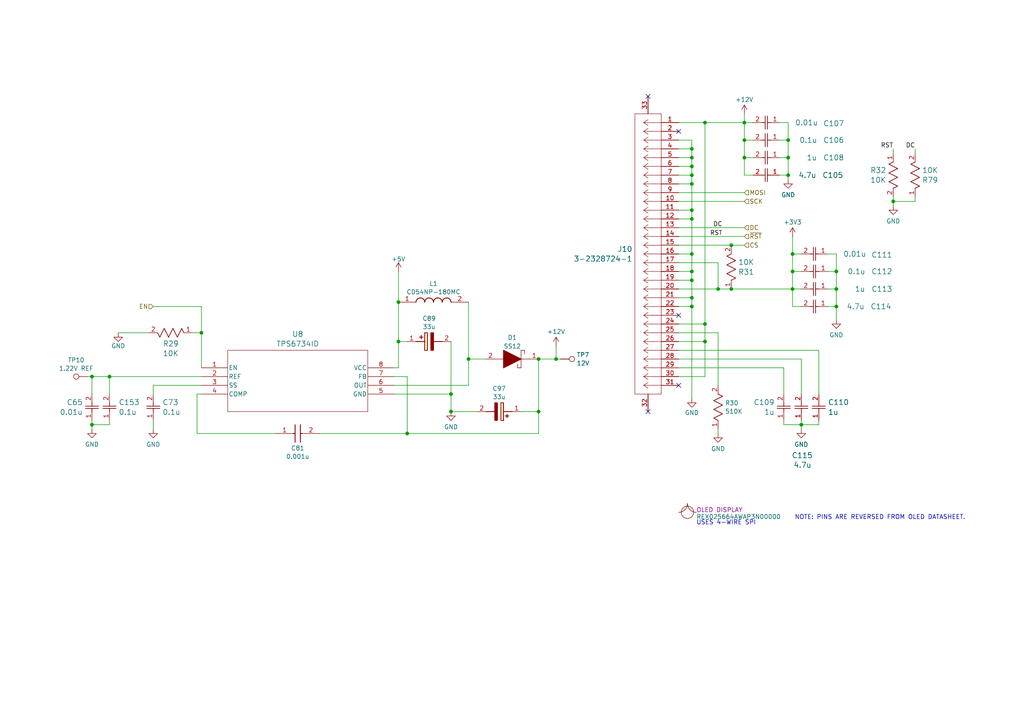
<source format=kicad_sch>
(kicad_sch (version 20231120) (generator "eeschema") (generator_version "8.0")
  (paper "A4")
  (title_block (title "Oro Link") (date "2025-06-02") (rev "9") (company "Oro Operating System") (comment 1 "oro.sh") (comment 2 "Copyright 2023-2025, MPL 2.0") (comment 3 "Joshua Lee Junon"))
  (lib_symbols
    (symbol "293D336X0020D2TE3_1" (pin_names hide)
      (property "Reference" "C" (at 8.89 6.35 0))
      (property "Value" "293D336X0020D2TE3" (at 8.89 3.81 0))
      (symbol "293D336X0020D2TE3_1_1_1"
        (pin passive line (at 0 0 0) (length 2.54) (name "+") (number "1"))
        (pin passive line (at 12.7 0 180) (length 2.54) (name "-") (number "2"))
      )
    )
    (symbol "Connector:TestPoint" (pin_numbers hide) (pin_names (offset 0.762) hide)
      (property "Reference" "TP" (at 0 6.858 0))
      (property "Value" "TestPoint" (at 0 5.08 0))
      (symbol "TestPoint_1_1"
        (pin passive line (at 0 0 90) (length 2.54) (name "1") (number "1"))
      )
    )
    (symbol "Oro:BOM Part" (on_board no)
      (property "Reference" "B" (at 0 0 0))
      (property "Value" "BOM Part" (at 0 -2.54 0))
    )
    (symbol "OroLink:0402B103J160CT" (pin_names (offset 0.254))
      (property "Reference" "C" (at 3.81 3.81 0))
      (property "Value" "0402B103J160CT" (at 3.81 -3.81 0))
      (symbol "0402B103J160CT_1_1"
        (pin unspecified line (at 0 0 0) (length 2.54) (name "") (number "1"))
        (pin unspecified line (at 7.62 0 180) (length 2.54) (name "") (number "2"))
      )
      (symbol "0402B103J160CT_1_2"
        (pin unspecified line (at 0 0 270) (length 2.54) (name "") (number "1"))
        (pin unspecified line (at 0 -7.62 90) (length 2.54) (name "") (number "2"))
      )
    )
    (symbol "OroLink:293D336X0020D2TE3" (pin_names hide)
      (property "Reference" "C" (at 8.89 6.35 0))
      (property "Value" "293D336X0020D2TE3" (at 8.89 3.81 0))
      (symbol "293D336X0020D2TE3_1_1"
        (pin passive line (at 0 0 0) (length 2.54) (name "+") (number "1"))
        (pin passive line (at 12.7 0 180) (length 2.54) (name "-") (number "2"))
      )
    )
    (symbol "OroLink:3-2328724-1" (pin_names (offset 0.254) hide)
      (property "Reference" "J" (at 15.24 -7.112 0))
      (property "Value" "3-2328724-1" (at 23.114 -9.652 0))
      (symbol "3-2328724-1_1_1"
        (pin unspecified line (at 0 0 0) (length 5.08) (name "1") (number "1"))
        (pin unspecified line (at 0 -22.86 0) (length 5.08) (name "10") (number "10"))
        (pin unspecified line (at 0 -25.4 0) (length 5.08) (name "11") (number "11"))
        (pin unspecified line (at 0 -27.94 0) (length 5.08) (name "12") (number "12"))
        (pin unspecified line (at 0 -30.48 0) (length 5.08) (name "13") (number "13"))
        (pin unspecified line (at 0 -33.02 0) (length 5.08) (name "14") (number "14"))
        (pin unspecified line (at 0 -35.56 0) (length 5.08) (name "15") (number "15"))
        (pin unspecified line (at 0 -38.1 0) (length 5.08) (name "16") (number "16"))
        (pin unspecified line (at 0 -40.64 0) (length 5.08) (name "17") (number "17"))
        (pin unspecified line (at 0 -43.18 0) (length 5.08) (name "18") (number "18"))
        (pin unspecified line (at 0 -45.72 0) (length 5.08) (name "19") (number "19"))
        (pin unspecified line (at 0 -2.54 0) (length 5.08) (name "2") (number "2"))
        (pin unspecified line (at 0 -48.26 0) (length 5.08) (name "20") (number "20"))
        (pin unspecified line (at 0 -50.8 0) (length 5.08) (name "21") (number "21"))
        (pin unspecified line (at 0 -53.34 0) (length 5.08) (name "22") (number "22"))
        (pin unspecified line (at 0 -55.88 0) (length 5.08) (name "23") (number "23"))
        (pin unspecified line (at 0 -58.42 0) (length 5.08) (name "24") (number "24"))
        (pin unspecified line (at 0 -60.96 0) (length 5.08) (name "25") (number "25"))
        (pin unspecified line (at 0 -63.5 0) (length 5.08) (name "26") (number "26"))
        (pin unspecified line (at 0 -66.04 0) (length 5.08) (name "27") (number "27"))
        (pin unspecified line (at 0 -68.58 0) (length 5.08) (name "28") (number "28"))
        (pin unspecified line (at 0 -71.12 0) (length 5.08) (name "29") (number "29"))
        (pin unspecified line (at 0 -5.08 0) (length 5.08) (name "3") (number "3"))
        (pin unspecified line (at 0 -73.66 0) (length 5.08) (name "30") (number "30"))
        (pin unspecified line (at 0 -76.2 0) (length 5.08) (name "31") (number "31"))
        (pin unspecified line (at 8.89 -83.82 90) (length 5.08) (name "MNT") (number "32"))
        (pin unspecified line (at 8.89 7.62 270) (length 5.08) (name "MNT") (number "33"))
        (pin unspecified line (at 0 -7.62 0) (length 5.08) (name "4") (number "4"))
        (pin unspecified line (at 0 -10.16 0) (length 5.08) (name "5") (number "5"))
        (pin unspecified line (at 0 -12.7 0) (length 5.08) (name "6") (number "6"))
        (pin unspecified line (at 0 -15.24 0) (length 5.08) (name "7") (number "7"))
        (pin unspecified line (at 0 -17.78 0) (length 5.08) (name "8") (number "8"))
        (pin unspecified line (at 0 -20.32 0) (length 5.08) (name "9") (number "9"))
      )
      (symbol "3-2328724-1_1_2"
        (pin unspecified line (at 0 0 0) (length 5.08) (name "1") (number "1"))
        (pin unspecified line (at 0 -22.86 0) (length 5.08) (name "10") (number "10"))
        (pin unspecified line (at 0 -25.4 0) (length 5.08) (name "11") (number "11"))
        (pin unspecified line (at 0 -27.94 0) (length 5.08) (name "12") (number "12"))
        (pin unspecified line (at 0 -30.48 0) (length 5.08) (name "13") (number "13"))
        (pin unspecified line (at 0 -33.02 0) (length 5.08) (name "14") (number "14"))
        (pin unspecified line (at 0 -35.56 0) (length 5.08) (name "15") (number "15"))
        (pin unspecified line (at 0 -38.1 0) (length 5.08) (name "16") (number "16"))
        (pin unspecified line (at 0 -40.64 0) (length 5.08) (name "17") (number "17"))
        (pin unspecified line (at 0 -43.18 0) (length 5.08) (name "18") (number "18"))
        (pin unspecified line (at 0 -45.72 0) (length 5.08) (name "19") (number "19"))
        (pin unspecified line (at 0 -2.54 0) (length 5.08) (name "2") (number "2"))
        (pin unspecified line (at 0 -48.26 0) (length 5.08) (name "20") (number "20"))
        (pin unspecified line (at 0 -50.8 0) (length 5.08) (name "21") (number "21"))
        (pin unspecified line (at 0 -53.34 0) (length 5.08) (name "22") (number "22"))
        (pin unspecified line (at 0 -55.88 0) (length 5.08) (name "23") (number "23"))
        (pin unspecified line (at 0 -58.42 0) (length 5.08) (name "24") (number "24"))
        (pin unspecified line (at 0 -60.96 0) (length 5.08) (name "25") (number "25"))
        (pin unspecified line (at 0 -63.5 0) (length 5.08) (name "26") (number "26"))
        (pin unspecified line (at 0 -66.04 0) (length 5.08) (name "27") (number "27"))
        (pin unspecified line (at 0 -68.58 0) (length 5.08) (name "28") (number "28"))
        (pin unspecified line (at 0 -71.12 0) (length 5.08) (name "29") (number "29"))
        (pin unspecified line (at 0 -5.08 0) (length 5.08) (name "3") (number "3"))
        (pin unspecified line (at 0 -73.66 0) (length 5.08) (name "30") (number "30"))
        (pin unspecified line (at 0 -76.2 0) (length 5.08) (name "31") (number "31"))
        (pin unspecified line (at 0 -7.62 0) (length 5.08) (name "4") (number "4"))
        (pin unspecified line (at 0 -10.16 0) (length 5.08) (name "5") (number "5"))
        (pin unspecified line (at 0 -12.7 0) (length 5.08) (name "6") (number "6"))
        (pin unspecified line (at 0 -15.24 0) (length 5.08) (name "7") (number "7"))
        (pin unspecified line (at 0 -17.78 0) (length 5.08) (name "8") (number "8"))
        (pin unspecified line (at 0 -20.32 0) (length 5.08) (name "9") (number "9"))
      )
    )
    (symbol "OroLink:C1608X5R1H102K080AA" (pin_names hide)
      (property "Reference" "C" (at 8.89 6.35 0))
      (property "Value" "C1608X5R1H102K080AA" (at 8.89 3.81 0))
      (symbol "C1608X5R1H102K080AA_1_1"
        (pin passive line (at 0 0 0) (length 5.08) (name "1") (number "1"))
        (pin passive line (at 12.7 0 180) (length 5.08) (name "2") (number "2"))
      )
    )
    (symbol "OroLink:CD54NP-180MC" (pin_names hide)
      (property "Reference" "L" (at 16.51 6.35 0))
      (property "Value" "CD54NP-180MC" (at 16.51 3.81 0))
      (symbol "CD54NP-180MC_1_1"
        (pin passive line (at 0 0 0) (length 5.08) (name "1") (number "1"))
        (pin passive line (at 20.32 0 180) (length 5.08) (name "2") (number "2"))
      )
    )
    (symbol "OroLink:CR0603-JW-514ELF" (pin_names hide)
      (property "Reference" "R" (at 7.112 5.842 0))
      (property "Value" "CR0603-JW-514ELF" (at -2.032 3.302 0))
      (symbol "CR0603-JW-514ELF_1_1"
        (pin unspecified line (at 0 0 0) (length 2.54) (name "") (number "1"))
        (pin unspecified line (at 12.7 0 180) (length 2.54) (name "") (number "2"))
      )
    )
    (symbol "OroLink:GRM155C61E475ME15J" (pin_names hide)
      (property "Reference" "C" (at 3.302 6.096 0))
      (property "Value" "GRM155C61E475ME15J" (at -6.096 3.81 0))
      (symbol "GRM155C61E475ME15J_1_1"
        (pin unspecified line (at 0 0 0) (length 2.54) (name "") (number "1"))
        (pin unspecified line (at 7.62 0 180) (length 2.54) (name "") (number "2"))
      )
    )
    (symbol "OroLink:JMK105BJ105KVHF" (pin_names (offset 0.254))
      (property "Reference" "C" (at 3.81 3.81 0))
      (property "Value" "JMK105BJ105KVHF" (at 3.81 -3.81 0))
      (symbol "JMK105BJ105KVHF_1_1"
        (pin unspecified line (at 0 0 0) (length 2.54) (name "") (number "1"))
        (pin unspecified line (at 7.62 0 180) (length 2.54) (name "") (number "2"))
      )
      (symbol "JMK105BJ105KVHF_1_2"
        (pin unspecified line (at 0 0 270) (length 2.54) (name "") (number "1"))
        (pin unspecified line (at 0 -7.62 90) (length 2.54) (name "") (number "2"))
      )
    )
    (symbol "OroLink:MSAST1L3YB5104KFNA01" (pin_names (offset 0.254))
      (property "Reference" "C" (at 3.81 3.81 0))
      (property "Value" "MSAST1L3YB5104KFNA01" (at 3.81 -3.81 0))
      (symbol "MSAST1L3YB5104KFNA01_1_1"
        (pin unspecified line (at 0 0 0) (length 2.54) (name "") (number "1"))
        (pin unspecified line (at 7.62 0 180) (length 2.54) (name "") (number "2"))
      )
      (symbol "MSAST1L3YB5104KFNA01_1_2"
        (pin unspecified line (at 0 0 270) (length 2.54) (name "") (number "1"))
        (pin unspecified line (at 0 -7.62 90) (length 2.54) (name "") (number "2"))
      )
    )
    (symbol "OroLink:RMCF0402FT10K0" (pin_names (offset 0.254))
      (property "Reference" "R" (at 5.715 3.81 0))
      (property "Value" "RMCF0402FT10K0" (at 6.35 -3.81 0))
      (symbol "RMCF0402FT10K0_1_1"
        (pin unspecified line (at 0 0 0) (length 2.54) (name "") (number "1"))
        (pin unspecified line (at 12.7 0 180) (length 2.54) (name "") (number "2"))
      )
      (symbol "RMCF0402FT10K0_1_2"
        (pin unspecified line (at 0 12.7 270) (length 2.54) (name "") (number "1"))
        (pin unspecified line (at 0 0 90) (length 2.54) (name "") (number "2"))
      )
    )
    (symbol "OroLink:TPS6734ID" (pin_names (offset 0.254))
      (property "Reference" "U" (at 27.94 10.16 0))
      (property "Value" "TPS6734ID" (at 27.94 7.62 0))
      (symbol "TPS6734ID_0_1"
        (pin input line (at 0 0 0) (length 7.62) (name "EN") (number "1"))
        (pin output line (at 0 -2.54 0) (length 7.62) (name "REF") (number "2"))
        (pin unspecified line (at 0 -5.08 0) (length 7.62) (name "SS") (number "3"))
        (pin input line (at 0 -7.62 0) (length 7.62) (name "COMP") (number "4"))
        (pin power_in line (at 55.88 -7.62 180) (length 7.62) (name "GND") (number "5"))
        (pin output line (at 55.88 -5.08 180) (length 7.62) (name "OUT") (number "6"))
        (pin unspecified line (at 55.88 -2.54 180) (length 7.62) (name "FB") (number "7"))
        (pin power_in line (at 55.88 0 180) (length 7.62) (name "VCC") (number "8"))
      )
    )
    (symbol "SamacSys_Parts:SS12" (pin_names (offset 0.762))
      (property "Reference" "D" (at 12.7 8.89 0))
      (property "Value" "SS12" (at 12.7 6.35 0))
      (symbol "SS12_0_0"
        (pin passive line (at 2.54 0 0) (length 2.54) (name "~") (number "1"))
        (pin passive line (at 17.78 0 180) (length 2.54) (name "~") (number "2"))
      )
    )
    (symbol "power:+12V" (power) (pin_numbers hide) (pin_names (offset 0) hide)
      (property "Value" "+12V" (at 0 3.556 0))
      (symbol "+12V_1_1"
        (pin power_in line (at 0 0 90) (length 0) (name "~") (number "1"))
      )
    )
    (symbol "power:+3V3" (power) (pin_numbers hide) (pin_names (offset 0) hide)
      (property "Value" "+3V3" (at 0 3.556 0))
      (symbol "+3V3_1_1"
        (pin power_in line (at 0 0 90) (length 0) (name "~") (number "1"))
      )
    )
    (symbol "power:+5V" (power) (pin_names (offset 0))
      (property "Value" "+5V" (at 0 3.556 0))
      (symbol "+5V_1_1"
        (pin power_in line (at 0 0 90) (length 0) hide (name "+5V") (number "1"))
      )
    )
    (symbol "power:GND" (power) (pin_names (offset 0))
      (property "Value" "GND" (at 0 -3.81 0))
      (symbol "GND_1_1"
        (pin power_in line (at 0 0 270) (length 0) hide (name "GND") (number "1"))
      )
    )
  )
  (junction (at 130.81 119.38))
  (junction (at 118.11 125.73))
  (junction (at 26.67 109.22))
  (junction (at 232.41 123.19))
  (junction (at 215.9 40.64))
  (junction (at 200.66 43.18))
  (junction (at 208.28 83.82))
  (junction (at 200.66 73.66))
  (junction (at 200.66 50.8))
  (junction (at 228.6 50.8))
  (junction (at 31.75 109.22))
  (junction (at 242.57 83.82))
  (junction (at 259.08 58.42))
  (junction (at 115.57 99.06))
  (junction (at 204.47 99.06))
  (junction (at 115.57 87.63))
  (junction (at 229.87 83.82))
  (junction (at 242.57 78.74))
  (junction (at 212.09 83.82))
  (junction (at 200.66 86.36))
  (junction (at 228.6 45.72))
  (junction (at 161.29 104.14))
  (junction (at 229.87 73.66))
  (junction (at 229.87 78.74))
  (junction (at 242.57 88.9))
  (junction (at 200.66 63.5))
  (junction (at 156.21 119.38))
  (junction (at 58.42 96.52))
  (junction (at 156.21 104.14))
  (junction (at 200.66 48.26))
  (junction (at 200.66 53.34))
  (junction (at 26.67 123.19))
  (junction (at 200.66 81.28))
  (junction (at 200.66 88.9))
  (junction (at 200.66 78.74))
  (junction (at 204.47 35.56))
  (junction (at 215.9 35.56))
  (junction (at 204.47 93.98))
  (junction (at 130.81 114.3))
  (junction (at 135.89 104.14))
  (junction (at 200.66 60.96))
  (junction (at 212.09 71.12))
  (junction (at 200.66 45.72))
  (junction (at 215.9 45.72))
  (junction (at 228.6 40.64))
  (no_connect (at 196.85 91.44))
  (no_connect (at 187.96 27.94))
  (no_connect (at 196.85 111.76))
  (no_connect (at 196.85 38.1))
  (no_connect (at 187.96 119.38))
  (wire (pts (xy 200.66 45.72) (xy 200.66 43.18)))
  (wire (pts (xy 44.45 111.76) (xy 44.45 114.3)))
  (wire (pts (xy 232.41 124.46) (xy 232.41 123.19)))
  (wire (pts (xy 196.85 35.56) (xy 204.47 35.56)))
  (wire (pts (xy 237.49 101.6) (xy 237.49 114.3)))
  (wire (pts (xy 200.66 81.28) (xy 200.66 78.74)))
  (wire (pts (xy 208.28 83.82) (xy 196.85 83.82)))
  (wire (pts (xy 232.41 123.19) (xy 237.49 123.19)))
  (wire (pts (xy 215.9 33.02) (xy 215.9 35.56)))
  (wire (pts (xy 196.85 99.06) (xy 204.47 99.06)))
  (wire (pts (xy 156.21 104.14) (xy 161.29 104.14)))
  (wire (pts (xy 232.41 121.92) (xy 232.41 123.19)))
  (wire (pts (xy 228.6 45.72) (xy 226.06 45.72)))
  (wire (pts (xy 31.75 109.22) (xy 31.75 114.3)))
  (wire (pts (xy 228.6 40.64) (xy 226.06 40.64)))
  (wire (pts (xy 26.67 109.22) (xy 31.75 109.22)))
  (wire (pts (xy 228.6 35.56) (xy 228.6 40.64)))
  (wire (pts (xy 31.75 123.19) (xy 26.67 123.19)))
  (wire (pts (xy 227.33 123.19) (xy 232.41 123.19)))
  (wire (pts (xy 212.09 71.12) (xy 196.85 71.12)))
  (wire (pts (xy 156.21 104.14) (xy 156.21 119.38)))
  (wire (pts (xy 118.11 125.73) (xy 156.21 125.73)))
  (wire (pts (xy 44.45 121.92) (xy 44.45 124.46)))
  (wire (pts (xy 26.67 109.22) (xy 26.67 114.3)))
  (wire (pts (xy 200.66 81.28) (xy 196.85 81.28)))
  (wire (pts (xy 156.21 119.38) (xy 156.21 125.73)))
  (wire (pts (xy 204.47 35.56) (xy 204.47 93.98)))
  (wire (pts (xy 200.66 53.34) (xy 196.85 53.34)))
  (wire (pts (xy 115.57 99.06) (xy 115.57 106.68)))
  (wire (pts (xy 218.44 50.8) (xy 215.9 50.8)))
  (wire (pts (xy 130.81 99.06) (xy 130.81 114.3)))
  (wire (pts (xy 212.09 83.82) (xy 229.87 83.82)))
  (wire (pts (xy 200.66 53.34) (xy 200.66 50.8)))
  (wire (pts (xy 232.41 73.66) (xy 229.87 73.66)))
  (wire (pts (xy 114.3 109.22) (xy 118.11 109.22)))
  (wire (pts (xy 196.85 109.22) (xy 204.47 109.22)))
  (wire (pts (xy 218.44 45.72) (xy 215.9 45.72)))
  (wire (pts (xy 228.6 50.8) (xy 228.6 52.07)))
  (wire (pts (xy 242.57 73.66) (xy 242.57 78.74)))
  (wire (pts (xy 215.9 45.72) (xy 215.9 50.8)))
  (wire (pts (xy 215.9 71.12) (xy 212.09 71.12)))
  (wire (pts (xy 200.66 45.72) (xy 196.85 45.72)))
  (wire (pts (xy 114.3 111.76) (xy 135.89 111.76)))
  (wire (pts (xy 200.66 73.66) (xy 196.85 73.66)))
  (wire (pts (xy 204.47 93.98) (xy 204.47 99.06)))
  (wire (pts (xy 130.81 119.38) (xy 138.43 119.38)))
  (wire (pts (xy 196.85 68.58) (xy 215.9 68.58)))
  (wire (pts (xy 215.9 40.64) (xy 215.9 45.72)))
  (wire (pts (xy 200.66 60.96) (xy 200.66 53.34)))
  (wire (pts (xy 200.66 60.96) (xy 196.85 60.96)))
  (wire (pts (xy 114.3 106.68) (xy 115.57 106.68)))
  (wire (pts (xy 151.13 119.38) (xy 156.21 119.38)))
  (wire (pts (xy 58.42 111.76) (xy 44.45 111.76)))
  (wire (pts (xy 196.85 76.2) (xy 208.28 76.2)))
  (wire (pts (xy 26.67 123.19) (xy 26.67 124.46)))
  (wire (pts (xy 200.66 48.26) (xy 200.66 45.72)))
  (wire (pts (xy 242.57 78.74) (xy 242.57 83.82)))
  (wire (pts (xy 242.57 88.9) (xy 242.57 92.71)))
  (wire (pts (xy 204.47 35.56) (xy 215.9 35.56)))
  (wire (pts (xy 135.89 87.63) (xy 135.89 104.14)))
  (wire (pts (xy 200.66 43.18) (xy 200.66 40.64)))
  (wire (pts (xy 58.42 96.52) (xy 58.42 106.68)))
  (wire (pts (xy 200.66 40.64) (xy 196.85 40.64)))
  (wire (pts (xy 232.41 104.14) (xy 196.85 104.14)))
  (wire (pts (xy 215.9 58.42) (xy 196.85 58.42)))
  (wire (pts (xy 200.66 63.5) (xy 200.66 60.96)))
  (wire (pts (xy 196.85 86.36) (xy 200.66 86.36)))
  (wire (pts (xy 265.43 57.15) (xy 265.43 58.42)))
  (wire (pts (xy 55.88 96.52) (xy 58.42 96.52)))
  (wire (pts (xy 204.47 99.06) (xy 204.47 109.22)))
  (wire (pts (xy 242.57 83.82) (xy 242.57 88.9)))
  (wire (pts (xy 232.41 104.14) (xy 232.41 114.3)))
  (wire (pts (xy 242.57 83.82) (xy 240.03 83.82)))
  (wire (pts (xy 196.85 93.98) (xy 204.47 93.98)))
  (wire (pts (xy 31.75 121.92) (xy 31.75 123.19)))
  (wire (pts (xy 92.71 125.73) (xy 118.11 125.73)))
  (wire (pts (xy 130.81 114.3) (xy 130.81 119.38)))
  (wire (pts (xy 229.87 73.66) (xy 229.87 78.74)))
  (wire (pts (xy 227.33 114.3) (xy 227.33 106.68)))
  (wire (pts (xy 212.09 83.82) (xy 208.28 83.82)))
  (wire (pts (xy 200.66 88.9) (xy 200.66 86.36)))
  (wire (pts (xy 228.6 50.8) (xy 226.06 50.8)))
  (wire (pts (xy 25.4 109.22) (xy 26.67 109.22)))
  (wire (pts (xy 161.29 104.14) (xy 162.56 104.14)))
  (wire (pts (xy 208.28 96.52) (xy 208.28 111.76)))
  (wire (pts (xy 200.66 73.66) (xy 200.66 63.5)))
  (wire (pts (xy 115.57 78.74) (xy 115.57 87.63)))
  (wire (pts (xy 227.33 106.68) (xy 196.85 106.68)))
  (wire (pts (xy 237.49 121.92) (xy 237.49 123.19)))
  (wire (pts (xy 228.6 45.72) (xy 228.6 50.8)))
  (wire (pts (xy 118.11 109.22) (xy 118.11 125.73)))
  (wire (pts (xy 218.44 40.64) (xy 215.9 40.64)))
  (wire (pts (xy 215.9 66.04) (xy 196.85 66.04)))
  (wire (pts (xy 218.44 35.56) (xy 215.9 35.56)))
  (wire (pts (xy 228.6 40.64) (xy 228.6 45.72)))
  (wire (pts (xy 232.41 83.82) (xy 229.87 83.82)))
  (wire (pts (xy 57.15 125.73) (xy 57.15 114.3)))
  (wire (pts (xy 237.49 101.6) (xy 196.85 101.6)))
  (wire (pts (xy 118.11 99.06) (xy 115.57 99.06)))
  (wire (pts (xy 57.15 114.3) (xy 58.42 114.3)))
  (wire (pts (xy 34.29 96.52) (xy 43.18 96.52)))
  (wire (pts (xy 135.89 104.14) (xy 140.97 104.14)))
  (wire (pts (xy 242.57 73.66) (xy 240.03 73.66)))
  (wire (pts (xy 26.67 121.92) (xy 26.67 123.19)))
  (wire (pts (xy 200.66 43.18) (xy 196.85 43.18)))
  (wire (pts (xy 161.29 100.33) (xy 161.29 104.14)))
  (wire (pts (xy 226.06 35.56) (xy 228.6 35.56)))
  (wire (pts (xy 200.66 78.74) (xy 200.66 73.66)))
  (wire (pts (xy 215.9 35.56) (xy 215.9 40.64)))
  (wire (pts (xy 135.89 111.76) (xy 135.89 104.14)))
  (wire (pts (xy 265.43 58.42) (xy 259.08 58.42)))
  (wire (pts (xy 242.57 78.74) (xy 240.03 78.74)))
  (wire (pts (xy 229.87 88.9) (xy 229.87 83.82)))
  (wire (pts (xy 200.66 86.36) (xy 200.66 81.28)))
  (wire (pts (xy 200.66 48.26) (xy 196.85 48.26)))
  (wire (pts (xy 265.43 43.18) (xy 265.43 44.45)))
  (wire (pts (xy 114.3 114.3) (xy 130.81 114.3)))
  (wire (pts (xy 31.75 109.22) (xy 58.42 109.22)))
  (wire (pts (xy 229.87 68.58) (xy 229.87 73.66)))
  (wire (pts (xy 200.66 78.74) (xy 196.85 78.74)))
  (wire (pts (xy 232.41 78.74) (xy 229.87 78.74)))
  (wire (pts (xy 58.42 88.9) (xy 58.42 96.52)))
  (wire (pts (xy 242.57 88.9) (xy 240.03 88.9)))
  (wire (pts (xy 232.41 88.9) (xy 229.87 88.9)))
  (wire (pts (xy 200.66 50.8) (xy 200.66 48.26)))
  (wire (pts (xy 115.57 87.63) (xy 115.57 99.06)))
  (wire (pts (xy 259.08 57.15) (xy 259.08 58.42)))
  (wire (pts (xy 196.85 96.52) (xy 208.28 96.52)))
  (wire (pts (xy 208.28 124.46) (xy 208.28 125.73)))
  (wire (pts (xy 200.66 88.9) (xy 200.66 115.57)))
  (wire (pts (xy 227.33 123.19) (xy 227.33 121.92)))
  (wire (pts (xy 196.85 88.9) (xy 200.66 88.9)))
  (wire (pts (xy 259.08 43.18) (xy 259.08 44.45)))
  (wire (pts (xy 80.01 125.73) (xy 57.15 125.73)))
  (wire (pts (xy 215.9 55.88) (xy 196.85 55.88)))
  (wire (pts (xy 229.87 78.74) (xy 229.87 83.82)))
  (wire (pts (xy 200.66 63.5) (xy 196.85 63.5)))
  (wire (pts (xy 200.66 50.8) (xy 196.85 50.8)))
  (wire (pts (xy 44.45 88.9) (xy 58.42 88.9)))
  (wire (pts (xy 208.28 83.82) (xy 208.28 76.2)))
  (wire (pts (xy 259.08 59.69) (xy 259.08 58.42)))
  (text "NOTE: PINS ARE REVERSED FROM OLED DATASHEET." (at 255.27 150.114 0) (effects (font (size 1.27 1.27))))
  (text "USES 4-WIRE SPI" (at 201.93 152.4 0) (effects (font (size 1.27 1.27)) (justify left bottom)))
  (label "DC" (at 209.55 66.04 180))
  (label "RST" (at 209.55 68.58 180))
  (label "DC" (at 265.43 43.18 180))
  (label "RST" (at 259.08 43.18 180))
  (hierarchical_label "SCK" (shape input) (at 215.9 58.42 0))
  (hierarchical_label "EN" (shape input) (at 44.45 88.9 180))
  (hierarchical_label "DC" (shape input) (at 215.9 66.04 0))
  (hierarchical_label "~{RST}" (shape input) (at 215.9 68.58 0))
  (hierarchical_label "CS" (shape input) (at 215.9 71.12 0))
  (hierarchical_label "MOSI" (shape input) (at 215.9 55.88 0))
  (symbol (lib_id "Oro:BOM Part") (at 199.39 148.59 0) (unit 1) (exclude_from_sim yes) (on_board no)
    (property "Reference" "B3" (effects (hide yes)))
    (property "Value" "REX025664AWAP3N00000" (at 201.93 149.86 0) (effects (justify left)))
    (property "Datasheet" "https://www.mouser.de/datasheet/2/271/REX025664AWAP3N00000_V_E_20191218-1888866.pdf" (effects (hide yes)))
    (property "Manufacturer_Part_Number" "REX025664AWAP3N00000" (effects (hide yes)))
    (property "Mouser Part Number" "668-REX025664AWAP3N" (effects (hide yes)))
    (property "Note" "OLED DISPLAY" (at 201.93 148.59 0) (effects (justify left bottom)))
  )
  (symbol (lib_id "OroLink:GRM155C61E475ME15J") (at 226.06 50.8 0) (mirror y) (unit 1)
    (property "Reference" "C105" (at 241.554 50.8 0) (effects (font (size 1.524 1.524))))
    (property "Value" "4.7u" (at 234.188 50.8 0) (effects (font (size 1.524 1.524))))
    (property "Footprint" "OroLink:GRM15x" (effects (hide yes)))
    (property "Datasheet" "https://search.murata.co.jp/Ceramy/image/img/A01X/G101/ENG/GRM155C61E475ME15-01A.pdf" (effects (hide yes)))
    (property "Description" "Multilayer Ceramic Capacitors MLCC - SMD/SMT 25VDC 4.7F 20% X5S" (effects (hide yes)))
    (property "Mouser URL" "https://www.mouser.de/ProductDetail/Samsung-Electro-Mechanics/CL05A475KP5NRNC?qs=YzdFMwBfadZHDm1%2FDIRDnw%3D%3D&utm_source=octopart&utm_medium=aggregator&utm_campaign=187-CL05A475KP5NRNC&utm_content=Samsung%20Electro-Mechanics" (effects (hide yes)))
    (property "Arrow ID" "CL05A475KP5NRNC" (effects (hide yes)))
    (property "DigiKey ID" "1276-1480-6-ND" (effects (hide yes)))
    (property "Description_1" "Cap Ceramic 4.7uF 10V X5R 10% SMD 0402 85°C Cardboard T/R" (effects (hide yes)))
    (property "Mfr. Number" "CL05A475KP5NRNC" (effects (hide yes)))
    (property "Mouser ID" "187-CL05A475KP5NRNC" (effects (hide yes)))
    (property "Mfr. Name" "Samsung" (effects (hide yes)))
    (property "Height" "0.33" (effects (hide yes)))
    (property "Manufacturer_Name" "Murata Electronics" (effects (hide yes)))
    (property "Manufacturer_Part_Number" "GRM155C61E475ME15J" (effects (hide yes)))
    (property "Mouser Price/Stock" "https://www.mouser.co.uk/ProductDetail/Murata-Electronics/GRM155C61E475ME15J?qs=By6Nw2ByBD02p8xq06vhEQ%3D%3D" (effects (hide yes)))
    (property "Arrow Part Number" "GRM155C61E475ME15J" (effects (hide yes)))
    (property "Arrow Price/Stock" "https://www.arrow.com/en/products/grm155c61e475me15j/murata-manufacturing?region=nac" (effects (hide yes)))
  )
  (symbol (lib_id "OroLink:RMCF0402FT10K0") (at 265.43 57.15 270) (mirror x) (unit 1)
    (property "Reference" "R79" (at 267.4366 52.2165 90) (effects (font (size 1.524 1.524)) (justify left)))
    (property "Value" "10K" (at 267.4366 49.3836 90) (effects (font (size 1.524 1.524)) (justify left)))
    (property "Footprint" "OroLink:STA_RMCF0402_STP" (effects (hide yes)))
    (property "Datasheet" "https://www.mouser.de/datasheet/2/385/SEI_RMCF_RMCP-3077565.pdf" (effects (hide yes)))
    (property "Description" "Res Thick Film 0402 10K Ohm 1% 0.063W ±100ppm/°C Molded SMD Paper T/R" (effects (hide yes)))
    (property "Description_1" "Res Thick Film 0402 10K Ohm 1% 0.063W ±100ppm/°C Molded SMD Paper T/R" (effects (hide yes)))
    (property "Mfr. Name" "Stackpole International" (effects (hide yes)))
    (property "DigiKey ID" "RMCF0402FT10K0CT-ND" (effects (hide yes)))
    (property "Mouser URL" "https://www.mouser.de/ProductDetail/SEI-Stackpole/RMCF0402FT10K0?qs=FESYatJ8odLDpjm%252BwxiA1Q%3D%3D&utm_source=octopart&utm_medium=aggregator&utm_campaign=708-RMCF0402FT10K0&utm_content=SEI%20Stackpole" (effects (hide yes)))
    (property "Arrow ID" "RMCF0402FT10K0" (effects (hide yes)))
    (property "Mfr. Number" "RMCF0402FT10K0" (effects (hide yes)))
    (property "Mouser ID" "708-RMCF0402FT10K0" (effects (hide yes)))
  )
  (symbol (lib_id "OroLink:JMK105BJ105KVHF") (at 237.49 121.92 90) (unit 1)
    (property "Reference" "C110" (at 240.1316 116.6935 90) (effects (font (size 1.524 1.524)) (justify right)))
    (property "Value" "1u" (at 240.1316 119.5264 90) (effects (font (size 1.524 1.524)) (justify right)))
    (property "Footprint" "OroLink:cap_UMK105 CG080CV-F_TAY" (effects (hide yes)))
    (property "Datasheet" "https://www.mouser.de/datasheet/2/396/taiyo_yuden_12132018_mlcc11_hq_e-1510082.pdf" (effects (hide yes)))
    (property "Description" "Capacitor, ceramic, 0402, 6.3V, x5R, 1 F, ±10% Rohs Compliant: Yes |Taiyo Yuden JMK105BJ105KVHF" (effects (hide yes)))
    (property "DigiKey ID" "587-3766-1-ND" (effects (hide yes)))
    (property "Arrow ID" "JMK105BJ105KVHF" (effects (hide yes)))
    (property "Mfr. Name" "Taiyo Yuden" (effects (hide yes)))
    (property "Description_1" "Capacitor, ceramic, 0402, 6.3V, x5R, 1 F, ±10% Rohs Compliant: Yes |Taiyo Yuden JMK105BJ105KVHF" (effects (hide yes)))
    (property "Mouser ID" "963-JMK105BJ105KVHF" (effects (hide yes)))
    (property "Mfr. Number" "JMK105BJ105KVHF" (effects (hide yes)))
    (property "Mouser URL" "https://www.mouser.de/ProductDetail/TAIYO-YUDEN/JMK105BJ105KVHF?qs=qPaGMJUC%252BSupRtwk0yj9HQ%3D%3D&utm_source=octopart&utm_medium=aggregator&utm_campaign=963-JMK105BJ105KVHF&utm_content=TAIYO%20YUDEN" (effects (hide yes)))
  )
  (symbol (lib_id "OroLink:MSAST1L3YB5104KFNA01") (at 44.45 121.92 90) (unit 1)
    (property "Reference" "C73" (at 47.0916 116.6935 90) (effects (font (size 1.524 1.524)) (justify right)))
    (property "Value" "0.1u" (at 47.0916 119.5264 90) (effects (font (size 1.524 1.524)) (justify right)))
    (property "Footprint" "OroLink:CAP_MSAS1L-3_TAY" (effects (hide yes)))
    (property "Datasheet" "https://www.mouser.de/datasheet/2/396/Tayio_Yuden_1102023_MS_mlcc_all_e-3081579.pdf" (effects (hide yes)))
    (property "Description" "Multilayer Ceramic Capacitor, 0.1 uF, 25 V, ± 10%, X5R, 0402 [1005 Metric] - T&R" (effects (hide yes)))
    (property "Mfr. Name" "Taiyo Yuden" (effects (hide yes)))
    (property "Mfr. Number" "MSAST1L3YB5104KFNA01" (effects (hide yes)))
    (property "Mouser URL" "https://www.mouser.de/ProductDetail/TAIYO-YUDEN/MSAST1L3YB5104KFNA01?qs=tlsG%2FOw5FFhBwK%252BMwEZpCA%3D%3D" (effects (hide yes)))
    (property "Description_1" "Multilayer Ceramic Capacitor, 0.1 uF, 25 V, ± 10%, X5R, 0402 [1005 Metric] - T&R" (effects (hide yes)))
    (property "Arrow ID" "MSAST1L3YB5104KFNA01" (effects (hide yes)))
    (property "DigiKey ID" "587-MSAST1L3YB5104KFNA01CT-ND" (effects (hide yes)))
    (property "Mouser ID" "963-MSAST1L3YB5104KF" (effects (hide yes)))
  )
  (symbol (lib_id "OroLink:RMCF0402FT10K0") (at 55.88 96.52 0) (mirror y) (unit 1)
    (property "Reference" "R29" (at 49.53 99.689 0) (effects (font (size 1.524 1.524))))
    (property "Value" "10K" (at 49.53 102.5219 0) (effects (font (size 1.524 1.524))))
    (property "Footprint" "OroLink:STA_RMCF0402_STP" (effects (hide yes)))
    (property "Datasheet" "https://www.mouser.de/datasheet/2/385/SEI_RMCF_RMCP-3077565.pdf" (effects (hide yes)))
    (property "Description" "Res Thick Film 0402 10K Ohm 1% 0.063W ±100ppm/°C Molded SMD Paper T/R" (effects (hide yes)))
    (property "Description_1" "Res Thick Film 0402 10K Ohm 1% 0.063W ±100ppm/°C Molded SMD Paper T/R" (effects (hide yes)))
    (property "Mfr. Name" "Stackpole International" (effects (hide yes)))
    (property "DigiKey ID" "RMCF0402FT10K0CT-ND" (effects (hide yes)))
    (property "Mouser URL" "https://www.mouser.de/ProductDetail/SEI-Stackpole/RMCF0402FT10K0?qs=FESYatJ8odLDpjm%252BwxiA1Q%3D%3D&utm_source=octopart&utm_medium=aggregator&utm_campaign=708-RMCF0402FT10K0&utm_content=SEI%20Stackpole" (effects (hide yes)))
    (property "Arrow ID" "RMCF0402FT10K0" (effects (hide yes)))
    (property "Mfr. Number" "RMCF0402FT10K0" (effects (hide yes)))
    (property "Mouser ID" "708-RMCF0402FT10K0" (effects (hide yes)))
  )
  (symbol (lib_id "power:+12V") (at 215.9 33.02 0) (unit 1)
    (property "Reference" "#PWR0122" (effects (hide yes)))
    (property "Value" "+12V" (at 215.9 28.8869 0))
    (property "Description" "Power symbol creates a global label with name \"+12V\"" (effects (hide yes)))
  )
  (symbol (lib_id "OroLink:C1608X5R1H102K080AA") (at 80.01 125.73 0) (unit 1)
    (property "Reference" "C81" (at 86.36 129.9901 0))
    (property "Value" "0.001u" (at 86.36 132.4144 0))
    (property "Footprint" "OroLink:CAPC1608X80N" (effects (hide yes)))
    (property "Datasheet" "https://product.tdk.com/info/en/catalog/datasheets/mlcc_commercial_midvoltage_en.pdf" (effects (hide yes)))
    (property "Description" "MULTILAYER CERAMIC CHIP CAPACITORS, 1608, Commercial grade, general (Up to 75V)" (effects (hide yes)))
    (property "Height" "0.8" (effects (hide yes)))
    (property "Manufacturer_Name" "TDK" (effects (hide yes)))
    (property "Manufacturer_Part_Number" "C1608X5R1H102K080AA" (effects (hide yes)))
    (property "Mouser Part Number" "810-C1608X5R1H102K08" (effects (hide yes)))
    (property "Mouser Price/Stock" "https://www.mouser.co.uk/ProductDetail/TDK/C1608X5R1H102K080AA?qs=sPbYRqrBIVkstQ4hvvJxAQ%3D%3D" (effects (hide yes)))
  )
  (symbol (lib_id "power:GND") (at 228.6 52.07 0) (mirror y) (unit 1)
    (property "Reference" "#PWR0125" (effects (hide yes)))
    (property "Value" "GND" (at 228.6 56.5134 0))
  )
  (symbol (lib_id "power:+3V3") (at 229.87 68.58 0) (unit 1)
    (property "Reference" "#PWR0123" (effects (hide yes)))
    (property "Value" "+3V3" (at 229.87 64.4469 0))
    (property "Description" "Power symbol creates a global label with name \"+3V3\"" (effects (hide yes)))
  )
  (symbol (lib_id "OroLink:JMK105BJ105KVHF") (at 227.33 121.92 90) (unit 1)
    (property "Reference" "C109" (at 224.6884 116.6935 90) (effects (font (size 1.524 1.524)) (justify left)))
    (property "Value" "1u" (at 224.6884 119.5264 90) (effects (font (size 1.524 1.524)) (justify left)))
    (property "Footprint" "OroLink:cap_UMK105 CG080CV-F_TAY" (effects (hide yes)))
    (property "Datasheet" "https://www.mouser.de/datasheet/2/396/taiyo_yuden_12132018_mlcc11_hq_e-1510082.pdf" (effects (hide yes)))
    (property "Description" "Capacitor, ceramic, 0402, 6.3V, x5R, 1 F, ±10% Rohs Compliant: Yes |Taiyo Yuden JMK105BJ105KVHF" (effects (hide yes)))
    (property "DigiKey ID" "587-3766-1-ND" (effects (hide yes)))
    (property "Arrow ID" "JMK105BJ105KVHF" (effects (hide yes)))
    (property "Mfr. Name" "Taiyo Yuden" (effects (hide yes)))
    (property "Description_1" "Capacitor, ceramic, 0402, 6.3V, x5R, 1 F, ±10% Rohs Compliant: Yes |Taiyo Yuden JMK105BJ105KVHF" (effects (hide yes)))
    (property "Mouser ID" "963-JMK105BJ105KVHF" (effects (hide yes)))
    (property "Mfr. Number" "JMK105BJ105KVHF" (effects (hide yes)))
    (property "Mouser URL" "https://www.mouser.de/ProductDetail/TAIYO-YUDEN/JMK105BJ105KVHF?qs=qPaGMJUC%252BSupRtwk0yj9HQ%3D%3D&utm_source=octopart&utm_medium=aggregator&utm_campaign=963-JMK105BJ105KVHF&utm_content=TAIYO%20YUDEN" (effects (hide yes)))
  )
  (symbol (lib_id "OroLink:MSAST1L3YB5104KFNA01") (at 31.75 121.92 90) (unit 1)
    (property "Reference" "C153" (at 34.3916 116.6935 90) (effects (font (size 1.524 1.524)) (justify right)))
    (property "Value" "0.1u" (at 34.3916 119.5264 90) (effects (font (size 1.524 1.524)) (justify right)))
    (property "Footprint" "OroLink:CAP_MSAS1L-3_TAY" (effects (hide yes)))
    (property "Datasheet" "https://www.mouser.de/datasheet/2/396/Tayio_Yuden_1102023_MS_mlcc_all_e-3081579.pdf" (effects (hide yes)))
    (property "Description" "Multilayer Ceramic Capacitor, 0.1 uF, 25 V, ± 10%, X5R, 0402 [1005 Metric] - T&R" (effects (hide yes)))
    (property "Mfr. Name" "Taiyo Yuden" (effects (hide yes)))
    (property "Mfr. Number" "MSAST1L3YB5104KFNA01" (effects (hide yes)))
    (property "Mouser URL" "https://www.mouser.de/ProductDetail/TAIYO-YUDEN/MSAST1L3YB5104KFNA01?qs=tlsG%2FOw5FFhBwK%252BMwEZpCA%3D%3D" (effects (hide yes)))
    (property "Description_1" "Multilayer Ceramic Capacitor, 0.1 uF, 25 V, ± 10%, X5R, 0402 [1005 Metric] - T&R" (effects (hide yes)))
    (property "Arrow ID" "MSAST1L3YB5104KFNA01" (effects (hide yes)))
    (property "DigiKey ID" "587-MSAST1L3YB5104KFNA01CT-ND" (effects (hide yes)))
    (property "Mouser ID" "963-MSAST1L3YB5104KF" (effects (hide yes)))
  )
  (symbol (lib_id "power:GND") (at 34.29 96.52 0) (unit 1)
    (property "Reference" "#PWR0117" (effects (hide yes)))
    (property "Value" "GND" (at 34.29 100.33 0))
  )
  (symbol (lib_id "OroLink:JMK105BJ105KVHF") (at 226.06 45.72 0) (mirror y) (unit 1)
    (property "Reference" "C108" (at 241.808 45.72 0) (effects (font (size 1.524 1.524))))
    (property "Value" "1u" (at 235.458 45.72 0) (effects (font (size 1.524 1.524))))
    (property "Footprint" "OroLink:cap_UMK105 CG080CV-F_TAY" (effects (hide yes)))
    (property "Datasheet" "https://www.mouser.de/datasheet/2/396/taiyo_yuden_12132018_mlcc11_hq_e-1510082.pdf" (effects (hide yes)))
    (property "Description" "Capacitor, ceramic, 0402, 6.3V, x5R, 1 F, ±10% Rohs Compliant: Yes |Taiyo Yuden JMK105BJ105KVHF" (effects (hide yes)))
    (property "DigiKey ID" "587-3766-1-ND" (effects (hide yes)))
    (property "Arrow ID" "JMK105BJ105KVHF" (effects (hide yes)))
    (property "Mfr. Name" "Taiyo Yuden" (effects (hide yes)))
    (property "Description_1" "Capacitor, ceramic, 0402, 6.3V, x5R, 1 F, ±10% Rohs Compliant: Yes |Taiyo Yuden JMK105BJ105KVHF" (effects (hide yes)))
    (property "Mouser ID" "963-JMK105BJ105KVHF" (effects (hide yes)))
    (property "Mfr. Number" "JMK105BJ105KVHF" (effects (hide yes)))
    (property "Mouser URL" "https://www.mouser.de/ProductDetail/TAIYO-YUDEN/JMK105BJ105KVHF?qs=qPaGMJUC%252BSupRtwk0yj9HQ%3D%3D&utm_source=octopart&utm_medium=aggregator&utm_campaign=963-JMK105BJ105KVHF&utm_content=TAIYO%20YUDEN" (effects (hide yes)))
  )
  (symbol (lib_id "Connector:TestPoint") (at 162.56 104.14 270) (unit 1) (in_bom no)
    (property "Reference" "TP7" (at 167.259 102.9278 90) (effects (justify left)))
    (property "Value" "12V" (at 167.259 105.3521 90) (effects (justify left)))
    (property "Footprint" "TestPoint:TestPoint_Pad_1.0x1.0mm" (effects (hide yes)))
    (property "Description" "test point" (effects (hide yes)))
  )
  (symbol (lib_id "OroLink:JMK105BJ105KVHF") (at 240.03 83.82 0) (mirror y) (unit 1)
    (property "Reference" "C113" (at 255.778 83.82 0) (effects (font (size 1.524 1.524))))
    (property "Value" "1u" (at 249.428 83.82 0) (effects (font (size 1.524 1.524))))
    (property "Footprint" "OroLink:cap_UMK105 CG080CV-F_TAY" (effects (hide yes)))
    (property "Datasheet" "https://www.mouser.de/datasheet/2/396/taiyo_yuden_12132018_mlcc11_hq_e-1510082.pdf" (effects (hide yes)))
    (property "Description" "Capacitor, ceramic, 0402, 6.3V, x5R, 1 F, ±10% Rohs Compliant: Yes |Taiyo Yuden JMK105BJ105KVHF" (effects (hide yes)))
    (property "DigiKey ID" "587-3766-1-ND" (effects (hide yes)))
    (property "Arrow ID" "JMK105BJ105KVHF" (effects (hide yes)))
    (property "Mfr. Name" "Taiyo Yuden" (effects (hide yes)))
    (property "Description_1" "Capacitor, ceramic, 0402, 6.3V, x5R, 1 F, ±10% Rohs Compliant: Yes |Taiyo Yuden JMK105BJ105KVHF" (effects (hide yes)))
    (property "Mouser ID" "963-JMK105BJ105KVHF" (effects (hide yes)))
    (property "Mfr. Number" "JMK105BJ105KVHF" (effects (hide yes)))
    (property "Mouser URL" "https://www.mouser.de/ProductDetail/TAIYO-YUDEN/JMK105BJ105KVHF?qs=qPaGMJUC%252BSupRtwk0yj9HQ%3D%3D&utm_source=octopart&utm_medium=aggregator&utm_campaign=963-JMK105BJ105KVHF&utm_content=TAIYO%20YUDEN" (effects (hide yes)))
  )
  (symbol (lib_id "OroLink:MSAST1L3YB5104KFNA01") (at 240.03 78.74 0) (mirror y) (unit 1)
    (property "Reference" "C112" (at 255.778 78.74 0) (effects (font (size 1.524 1.524))))
    (property "Value" "0.1u" (at 248.412 78.74 0) (effects (font (size 1.524 1.524))))
    (property "Footprint" "OroLink:CAP_MSAS1L-3_TAY" (effects (hide yes)))
    (property "Datasheet" "https://www.mouser.de/datasheet/2/396/Tayio_Yuden_1102023_MS_mlcc_all_e-3081579.pdf" (effects (hide yes)))
    (property "Description" "Multilayer Ceramic Capacitor, 0.1 uF, 25 V, ± 10%, X5R, 0402 [1005 Metric] - T&R" (effects (hide yes)))
    (property "Mfr. Name" "Taiyo Yuden" (effects (hide yes)))
    (property "Mfr. Number" "MSAST1L3YB5104KFNA01" (effects (hide yes)))
    (property "Mouser URL" "https://www.mouser.de/ProductDetail/TAIYO-YUDEN/MSAST1L3YB5104KFNA01?qs=tlsG%2FOw5FFhBwK%252BMwEZpCA%3D%3D" (effects (hide yes)))
    (property "Description_1" "Multilayer Ceramic Capacitor, 0.1 uF, 25 V, ± 10%, X5R, 0402 [1005 Metric] - T&R" (effects (hide yes)))
    (property "Arrow ID" "MSAST1L3YB5104KFNA01" (effects (hide yes)))
    (property "DigiKey ID" "587-MSAST1L3YB5104KFNA01CT-ND" (effects (hide yes)))
    (property "Mouser ID" "963-MSAST1L3YB5104KF" (effects (hide yes)))
  )
  (symbol (lib_id "OroLink:0402B103J160CT") (at 240.03 73.66 0) (mirror y) (unit 1)
    (property "Reference" "C111" (at 255.778 73.914 0) (effects (font (size 1.524 1.524))))
    (property "Value" "0.01u" (at 247.904 73.66 0) (effects (font (size 1.524 1.524))))
    (property "Footprint" "OroLink:CAP_0402_N_WAL" (effects (hide yes)))
    (property "Datasheet" "https://www.mouser.de/datasheet/2/210/WTC_MLCC_General_Purpose-1534899.pdf" (effects (hide yes)))
    (property "Description" "Ceramic Capacitor, Multilayer, Ceramic, 16V, 5% +Tol, 5% -Tol, X7R, 15% TC, 0.01uF, Surface Mount, 0402" (effects (hide yes)))
    (property "Mfr. Name" "Walsin" (effects (hide yes)))
    (property "Mouser ID" "791-0402B103J160CT" (effects (hide yes)))
    (property "DigiKey ID" "1292-0402B103J160CT-ND" (effects (hide yes)))
    (property "Arrow ID" "null" (effects (hide yes)))
    (property "Description_1" "Ceramic Capacitor, Multilayer, Ceramic, 16V, 5% +Tol, 5% -Tol, X7R, 15% TC, 0.01uF, Surface Mount, 0402" (effects (hide yes)))
    (property "Mouser URL" "https://www.mouser.de/ProductDetail/Walsin/0402B103J160CT?qs=fIkAfuXiAQJQ%252BjA7a5Mepg%3D%3D&utm_source=octopart&utm_medium=aggregator&utm_campaign=791-0402B103J160CT&utm_content=Walsin" (effects (hide yes)))
    (property "Mfr. Number" "0402B103J160CT" (effects (hide yes)))
  )
  (symbol (lib_id "Connector:TestPoint") (at 25.4 109.22 90) (unit 1)
    (property "Reference" "TP10" (at 22.098 104.4405 90))
    (property "Value" "1.22V REF" (at 22.098 106.8648 90))
    (property "Footprint" "TestPoint:TestPoint_Pad_1.0x1.0mm" (effects (hide yes)))
    (property "Description" "test point" (effects (hide yes)))
  )
  (symbol (lib_name "293D336X0020D2TE3_1") (lib_id "OroLink:293D336X0020D2TE3") (at 118.11 99.06 0) (unit 1)
    (property "Reference" "C89" (at 124.46 92.3755 0))
    (property "Value" "33u" (at 124.46 94.7998 0))
    (property "Footprint" "CAPPM7343X310N" (effects (hide yes)))
    (property "Datasheet" "http://www.vishay.com/docs/40002/293d.pdf" (effects (hide yes)))
    (property "Description" "Solid Tantalum Surface Mount Chip Capacitors TANTAMOUNT(TM), Molded Case, Standard Industrial Grade" (effects (hide yes)))
    (property "Height" "3.1" (effects (hide yes)))
    (property "Manufacturer_Name" "Vishay" (effects (hide yes)))
    (property "Manufacturer_Part_Number" "293D336X0020D2TE3" (effects (hide yes)))
    (property "Mouser Part Number" "74-293D336X0020D2TE3" (effects (hide yes)))
    (property "Mouser Price/Stock" "https://www.mouser.de/ProductDetail/Vishay-Sprague/293D336X0020D2TE3?qs=CSo7yzBSerDt4rQKYL2h%252Bw%3D%3D" (effects (hide yes)))
  )
  (symbol (lib_id "OroLink:GRM155C61E475ME15J") (at 240.03 88.9 0) (mirror y) (unit 1)
    (property "Reference" "C114" (at 255.524 88.9 0) (effects (font (size 1.524 1.524))))
    (property "Value" "4.7u" (at 248.158 88.9 0) (effects (font (size 1.524 1.524))))
    (property "Footprint" "OroLink:GRM15x" (effects (hide yes)))
    (property "Datasheet" "https://search.murata.co.jp/Ceramy/image/img/A01X/G101/ENG/GRM155C61E475ME15-01A.pdf" (effects (hide yes)))
    (property "Description" "Multilayer Ceramic Capacitors MLCC - SMD/SMT 25VDC 4.7F 20% X5S" (effects (hide yes)))
    (property "Mouser URL" "https://www.mouser.de/ProductDetail/Samsung-Electro-Mechanics/CL05A475KP5NRNC?qs=YzdFMwBfadZHDm1%2FDIRDnw%3D%3D&utm_source=octopart&utm_medium=aggregator&utm_campaign=187-CL05A475KP5NRNC&utm_content=Samsung%20Electro-Mechanics" (effects (hide yes)))
    (property "Arrow ID" "CL05A475KP5NRNC" (effects (hide yes)))
    (property "DigiKey ID" "1276-1480-6-ND" (effects (hide yes)))
    (property "Description_1" "Cap Ceramic 4.7uF 10V X5R 10% SMD 0402 85°C Cardboard T/R" (effects (hide yes)))
    (property "Mfr. Number" "CL05A475KP5NRNC" (effects (hide yes)))
    (property "Mouser ID" "187-CL05A475KP5NRNC" (effects (hide yes)))
    (property "Mfr. Name" "Samsung" (effects (hide yes)))
    (property "Height" "0.33" (effects (hide yes)))
    (property "Manufacturer_Name" "Murata Electronics" (effects (hide yes)))
    (property "Manufacturer_Part_Number" "GRM155C61E475ME15J" (effects (hide yes)))
    (property "Mouser Price/Stock" "https://www.mouser.co.uk/ProductDetail/Murata-Electronics/GRM155C61E475ME15J?qs=By6Nw2ByBD02p8xq06vhEQ%3D%3D" (effects (hide yes)))
    (property "Arrow Part Number" "GRM155C61E475ME15J" (effects (hide yes)))
    (property "Arrow Price/Stock" "https://www.arrow.com/en/products/grm155c61e475me15j/murata-manufacturing?region=nac" (effects (hide yes)))
  )
  (symbol (lib_id "power:GND") (at 242.57 92.71 0) (mirror y) (unit 1)
    (property "Reference" "#PWR0128" (effects (hide yes)))
    (property "Value" "GND" (at 242.57 97.1534 0))
  )
  (symbol (lib_id "OroLink:0402B103J160CT") (at 26.67 121.92 90) (unit 1)
    (property "Reference" "C65" (at 24.0284 116.6935 90) (effects (font (size 1.524 1.524)) (justify left)))
    (property "Value" "0.01u" (at 24.0284 119.5264 90) (effects (font (size 1.524 1.524)) (justify left)))
    (property "Footprint" "OroLink:CAP_0402_N_WAL" (effects (hide yes)))
    (property "Datasheet" "https://www.mouser.de/datasheet/2/210/WTC_MLCC_General_Purpose-1534899.pdf" (effects (hide yes)))
    (property "Description" "Ceramic Capacitor, Multilayer, Ceramic, 16V, 5% +Tol, 5% -Tol, X7R, 15% TC, 0.01uF, Surface Mount, 0402" (effects (hide yes)))
    (property "Mfr. Name" "Walsin" (effects (hide yes)))
    (property "Mouser ID" "791-0402B103J160CT" (effects (hide yes)))
    (property "DigiKey ID" "1292-0402B103J160CT-ND" (effects (hide yes)))
    (property "Arrow ID" "null" (effects (hide yes)))
    (property "Description_1" "Ceramic Capacitor, Multilayer, Ceramic, 16V, 5% +Tol, 5% -Tol, X7R, 15% TC, 0.01uF, Surface Mount, 0402" (effects (hide yes)))
    (property "Mouser URL" "https://www.mouser.de/ProductDetail/Walsin/0402B103J160CT?qs=fIkAfuXiAQJQ%252BjA7a5Mepg%3D%3D&utm_source=octopart&utm_medium=aggregator&utm_campaign=791-0402B103J160CT&utm_content=Walsin" (effects (hide yes)))
    (property "Mfr. Number" "0402B103J160CT" (effects (hide yes)))
  )
  (symbol (lib_id "power:GND") (at 200.66 115.57 0) (unit 1)
    (property "Reference" "#PWR0124" (effects (hide yes)))
    (property "Value" "GND" (at 200.66 119.7031 0))
  )
  (symbol (lib_id "power:+12V") (at 161.29 100.33 0) (unit 1)
    (property "Reference" "#PWR0121" (effects (hide yes)))
    (property "Value" "+12V" (at 161.29 96.1969 0))
    (property "Description" "Power symbol creates a global label with name \"+12V\"" (effects (hide yes)))
  )
  (symbol (lib_id "power:GND") (at 26.67 124.46 0) (unit 1)
    (property "Reference" "#PWR0114" (effects (hide yes)))
    (property "Value" "GND" (at 26.67 128.9034 0))
  )
  (symbol (lib_id "OroLink:GRM155C61E475ME15J") (at 232.41 121.92 90) (unit 1)
    (property "Reference" "C115" (at 229.616 132.08 90) (effects (font (size 1.524 1.524)) (justify right)))
    (property "Value" "4.7u" (at 230.124 134.874 90) (effects (font (size 1.524 1.524)) (justify right)))
    (property "Footprint" "OroLink:GRM15x" (effects (hide yes)))
    (property "Datasheet" "https://search.murata.co.jp/Ceramy/image/img/A01X/G101/ENG/GRM155C61E475ME15-01A.pdf" (effects (hide yes)))
    (property "Description" "Multilayer Ceramic Capacitors MLCC - SMD/SMT 25VDC 4.7F 20% X5S" (effects (hide yes)))
    (property "Mouser URL" "https://www.mouser.de/ProductDetail/Samsung-Electro-Mechanics/CL05A475KP5NRNC?qs=YzdFMwBfadZHDm1%2FDIRDnw%3D%3D&utm_source=octopart&utm_medium=aggregator&utm_campaign=187-CL05A475KP5NRNC&utm_content=Samsung%20Electro-Mechanics" (effects (hide yes)))
    (property "Arrow ID" "CL05A475KP5NRNC" (effects (hide yes)))
    (property "DigiKey ID" "1276-1480-6-ND" (effects (hide yes)))
    (property "Description_1" "Cap Ceramic 4.7uF 10V X5R 10% SMD 0402 85°C Cardboard T/R" (effects (hide yes)))
    (property "Mfr. Number" "CL05A475KP5NRNC" (effects (hide yes)))
    (property "Mouser ID" "187-CL05A475KP5NRNC" (effects (hide yes)))
    (property "Mfr. Name" "Samsung" (effects (hide yes)))
    (property "Height" "0.33" (effects (hide yes)))
    (property "Manufacturer_Name" "Murata Electronics" (effects (hide yes)))
    (property "Manufacturer_Part_Number" "GRM155C61E475ME15J" (effects (hide yes)))
    (property "Mouser Price/Stock" "https://www.mouser.co.uk/ProductDetail/Murata-Electronics/GRM155C61E475ME15J?qs=By6Nw2ByBD02p8xq06vhEQ%3D%3D" (effects (hide yes)))
    (property "Arrow Part Number" "GRM155C61E475ME15J" (effects (hide yes)))
    (property "Arrow Price/Stock" "https://www.arrow.com/en/products/grm155c61e475me15j/murata-manufacturing?region=nac" (effects (hide yes)))
  )
  (symbol (lib_id "SamacSys_Parts:SS12") (at 158.75 104.14 180) (unit 1)
    (property "Reference" "D1" (at 148.59 97.9002 0))
    (property "Value" "SS12" (at 148.59 100.4371 0))
    (property "Footprint" "OroLink:DIOM5027X244N" (effects (hide yes)))
    (property "Datasheet" "https://datasheet.datasheetarchive.com/originals/distributors/Datasheets-24/DSA-463612.pdf" (effects (hide yes)))
    (property "Description" "ON Semi SS12 SMT Schottky Diode, 20V 1A, 2-Pin DO-214AC" (effects (hide yes)))
    (property "Height" "2.5" (effects (hide yes)))
    (property "Manufacturer_Name" "onsemi" (effects (hide yes)))
    (property "Manufacturer_Part_Number" "821-SS12" (effects (hide yes)))
    (property "Mouser Part Number" "821-SS12" (effects (hide yes)))
    (property "Mouser Price/Stock" "https://www.mouser.co.uk/ProductDetail/ON-Semiconductor-Fairchild/SS12?qs=mVVXn4M53U9WoaEpU1CO0A%3D%3D" (effects (hide yes)))
    (property "Arrow Part Number" "SS12" (effects (hide yes)))
    (property "Arrow Price/Stock" "https://www.arrow.com/en/products/ss12/on-semiconductor?region=nac" (effects (hide yes)))
  )
  (symbol (lib_id "OroLink:293D336X0020D2TE3") (at 151.13 119.38 180) (unit 1)
    (property "Reference" "C97" (at 144.78 112.6955 0))
    (property "Value" "33u" (at 144.78 115.1198 0))
    (property "Footprint" "CAPPM7343X310N" (effects (hide yes)))
    (property "Datasheet" "http://www.vishay.com/docs/40002/293d.pdf" (effects (hide yes)))
    (property "Description" "Solid Tantalum Surface Mount Chip Capacitors TANTAMOUNT(TM), Molded Case, Standard Industrial Grade" (effects (hide yes)))
    (property "Height" "3.1" (effects (hide yes)))
    (property "Manufacturer_Name" "Vishay" (effects (hide yes)))
    (property "Manufacturer_Part_Number" "293D336X0020D2TE3" (effects (hide yes)))
    (property "Mouser Part Number" "74-293D336X0020D2TE3" (effects (hide yes)))
    (property "Mouser Price/Stock" "https://www.mouser.de/ProductDetail/Vishay-Sprague/293D336X0020D2TE3?qs=CSo7yzBSerDt4rQKYL2h%252Bw%3D%3D" (effects (hide yes)))
  )
  (symbol (lib_id "OroLink:RMCF0402FT10K0") (at 212.09 83.82 270) (mirror x) (unit 1)
    (property "Reference" "R31" (at 214.0966 78.8865 90) (effects (font (size 1.524 1.524)) (justify left)))
    (property "Value" "10K" (at 214.0966 76.0536 90) (effects (font (size 1.524 1.524)) (justify left)))
    (property "Footprint" "OroLink:STA_RMCF0402_STP" (effects (hide yes)))
    (property "Datasheet" "https://www.mouser.de/datasheet/2/385/SEI_RMCF_RMCP-3077565.pdf" (effects (hide yes)))
    (property "Description" "Res Thick Film 0402 10K Ohm 1% 0.063W ±100ppm/°C Molded SMD Paper T/R" (effects (hide yes)))
    (property "Description_1" "Res Thick Film 0402 10K Ohm 1% 0.063W ±100ppm/°C Molded SMD Paper T/R" (effects (hide yes)))
    (property "Mfr. Name" "Stackpole International" (effects (hide yes)))
    (property "DigiKey ID" "RMCF0402FT10K0CT-ND" (effects (hide yes)))
    (property "Mouser URL" "https://www.mouser.de/ProductDetail/SEI-Stackpole/RMCF0402FT10K0?qs=FESYatJ8odLDpjm%252BwxiA1Q%3D%3D&utm_source=octopart&utm_medium=aggregator&utm_campaign=708-RMCF0402FT10K0&utm_content=SEI%20Stackpole" (effects (hide yes)))
    (property "Arrow ID" "RMCF0402FT10K0" (effects (hide yes)))
    (property "Mfr. Number" "RMCF0402FT10K0" (effects (hide yes)))
    (property "Mouser ID" "708-RMCF0402FT10K0" (effects (hide yes)))
  )
  (symbol (lib_id "OroLink:3-2328724-1") (at 196.85 35.56 0) (mirror y) (unit 1)
    (property "Reference" "J10" (at 183.4515 72.2435 0) (effects (font (size 1.524 1.524)) (justify left)))
    (property "Value" "3-2328724-1" (at 183.4515 75.0764 0) (effects (font (size 1.524 1.524)) (justify left)))
    (property "Footprint" "OroLink:CONN_3-2328724-1_TEC" (effects (hide yes)))
    (property "Datasheet" "https://www.mouser.de/datasheet/2/418/7/ENG_CD_2328724_3-2033548.pdf" (effects (hide yes)))
    (property "Description" "31PIN 0.3MMP FPC CONNECTOR,FRONT FLIP" (effects (hide yes)))
    (property "Mfr. Number" "3-2328724-1" (effects (hide yes)))
    (property "Mouser ID" "571-3-2328724-1" (effects (hide yes)))
    (property "Mfr. Name" "TE Connectivity" (effects (hide yes)))
    (property "DigiKey ID" "A141395CT-ND" (effects (hide yes)))
    (property "Mouser URL" "https://www.mouser.de/ProductDetail/TE-Connectivity/3-2328724-1?qs=w%2Fv1CP2dgqp0EQ60RbjzYQ%3D%3D&utm_source=octopart&utm_medium=aggregator&utm_campaign=571-3-2328724-1&utm_content=TE%20Connectivity" (effects (hide yes)))
    (property "Description_1" "31PIN 0.3MMP FPC CONNECTOR,FRONT FLIP" (effects (hide yes)))
    (property "Arrow ID" "3-2328724-1" (effects (hide yes)))
  )
  (symbol (lib_id "OroLink:CD54NP-180MC") (at 115.57 87.63 0) (unit 1)
    (property "Reference" "L1" (at 125.73 82.2665 0))
    (property "Value" "CD54NP-180MC" (at 125.73 84.6908 0))
    (property "Footprint" "OroLink:CD54NP180MC" (effects (hide yes)))
    (property "Datasheet" "https://products.sumida.com/products/pdf/CD54.pdf" (effects (hide yes)))
    (property "Description" "Inductor Power Unshielded Drum Core 18uH 20% 2.52MHz Ferrite 1.23A 150mOhm DCR T/R" (effects (hide yes)))
    (property "Height" "4.85" (effects (hide yes)))
    (property "Manufacturer_Name" "Sumida" (effects (hide yes)))
    (property "Manufacturer_Part_Number" "CD54NP-180MC" (effects (hide yes)))
    (property "Mouser Part Number" "851-CD54NP-180MC" (effects (hide yes)))
    (property "Mouser Price/Stock" "https://www.mouser.co.uk/ProductDetail/Sumida/CD54NP-180MC?qs=ttApTud31JY8%252BzOY3leyvw%3D%3D" (effects (hide yes)))
    (property "Arrow Part Number" "CD54NP-180MC" (effects (hide yes)))
    (property "Arrow Price/Stock" "https://www.arrow.com/en/products/cd54np-180mc/sumida?region=nac" (effects (hide yes)))
  )
  (symbol (lib_id "OroLink:CR0603-JW-514ELF") (at 208.28 124.46 90) (unit 1)
    (property "Reference" "R30" (at 210.2866 116.8978 90) (effects (justify right)))
    (property "Value" "510K" (at 210.2866 119.3221 90) (effects (justify right)))
    (property "Footprint" "RESC1608X55N" (effects (hide yes)))
    (property "Datasheet" "https://www.bourns.com/pdfs/chpreztr.pdf" (effects (hide yes)))
    (property "Description" "Thick Film Resistors - SMD 510K ohm 5%" (effects (hide yes)))
    (property "Height" "0.55" (effects (hide yes)))
    (property "Manufacturer_Name" "Bourns" (effects (hide yes)))
    (property "Manufacturer_Part_Number" "CR0603-JW-514ELF" (effects (hide yes)))
    (property "Mouser Part Number" "652-CR0603JW-514ELF" (effects (hide yes)))
    (property "Mouser Price/Stock" "https://www.mouser.co.uk/ProductDetail/Bourns/CR0603-JW-514ELF?qs=tknLyCMIRbO2DmI%2FxH6p%2Fg%3D%3D" (effects (hide yes)))
    (property "Arrow Part Number" "CR0603-JW-514ELF" (effects (hide yes)))
    (property "Arrow Price/Stock" "https://www.arrow.com/en/products/cr0603-jw-514elf/bourns?region=nac" (effects (hide yes)))
  )
  (symbol (lib_id "power:GND") (at 259.08 59.69 0) (unit 1)
    (property "Reference" "#PWR0129" (effects (hide yes)))
    (property "Value" "GND" (at 259.08 64.1334 0))
  )
  (symbol (lib_id "OroLink:0402B103J160CT") (at 226.06 35.56 0) (mirror y) (unit 1)
    (property "Reference" "C107" (at 241.808 35.814 0) (effects (font (size 1.524 1.524))))
    (property "Value" "0.01u" (at 233.934 35.56 0) (effects (font (size 1.524 1.524))))
    (property "Footprint" "OroLink:CAP_0402_N_WAL" (effects (hide yes)))
    (property "Datasheet" "https://www.mouser.de/datasheet/2/210/WTC_MLCC_General_Purpose-1534899.pdf" (effects (hide yes)))
    (property "Description" "Ceramic Capacitor, Multilayer, Ceramic, 16V, 5% +Tol, 5% -Tol, X7R, 15% TC, 0.01uF, Surface Mount, 0402" (effects (hide yes)))
    (property "Mfr. Name" "Walsin" (effects (hide yes)))
    (property "Mouser ID" "791-0402B103J160CT" (effects (hide yes)))
    (property "DigiKey ID" "1292-0402B103J160CT-ND" (effects (hide yes)))
    (property "Arrow ID" "null" (effects (hide yes)))
    (property "Description_1" "Ceramic Capacitor, Multilayer, Ceramic, 16V, 5% +Tol, 5% -Tol, X7R, 15% TC, 0.01uF, Surface Mount, 0402" (effects (hide yes)))
    (property "Mouser URL" "https://www.mouser.de/ProductDetail/Walsin/0402B103J160CT?qs=fIkAfuXiAQJQ%252BjA7a5Mepg%3D%3D&utm_source=octopart&utm_medium=aggregator&utm_campaign=791-0402B103J160CT&utm_content=Walsin" (effects (hide yes)))
    (property "Mfr. Number" "0402B103J160CT" (effects (hide yes)))
  )
  (symbol (lib_id "power:GND") (at 130.81 119.38 0) (unit 1)
    (property "Reference" "#PWR0120" (effects (hide yes)))
    (property "Value" "GND" (at 130.81 123.8234 0))
  )
  (symbol (lib_id "power:+5V") (at 115.57 78.74 0) (unit 1)
    (property "Reference" "#PWR0119" (effects (hide yes)))
    (property "Value" "+5V" (at 115.57 75.1642 0))
  )
  (symbol (lib_id "power:GND") (at 44.45 124.46 0) (unit 1)
    (property "Reference" "#PWR0118" (effects (hide yes)))
    (property "Value" "GND" (at 44.45 128.9034 0))
  )
  (symbol (lib_id "power:GND") (at 208.28 125.73 0) (unit 1)
    (property "Reference" "#PWR0127" (effects (hide yes)))
    (property "Value" "GND" (at 208.28 130.1734 0))
  )
  (symbol (lib_id "OroLink:MSAST1L3YB5104KFNA01") (at 226.06 40.64 0) (mirror y) (unit 1)
    (property "Reference" "C106" (at 241.808 40.64 0) (effects (font (size 1.524 1.524))))
    (property "Value" "0.1u" (at 234.442 40.64 0) (effects (font (size 1.524 1.524))))
    (property "Footprint" "OroLink:CAP_MSAS1L-3_TAY" (effects (hide yes)))
    (property "Datasheet" "https://www.mouser.de/datasheet/2/396/Tayio_Yuden_1102023_MS_mlcc_all_e-3081579.pdf" (effects (hide yes)))
    (property "Description" "Multilayer Ceramic Capacitor, 0.1 uF, 25 V, ± 10%, X5R, 0402 [1005 Metric] - T&R" (effects (hide yes)))
    (property "Mfr. Name" "Taiyo Yuden" (effects (hide yes)))
    (property "Mfr. Number" "MSAST1L3YB5104KFNA01" (effects (hide yes)))
    (property "Mouser URL" "https://www.mouser.de/ProductDetail/TAIYO-YUDEN/MSAST1L3YB5104KFNA01?qs=tlsG%2FOw5FFhBwK%252BMwEZpCA%3D%3D" (effects (hide yes)))
    (property "Description_1" "Multilayer Ceramic Capacitor, 0.1 uF, 25 V, ± 10%, X5R, 0402 [1005 Metric] - T&R" (effects (hide yes)))
    (property "Arrow ID" "MSAST1L3YB5104KFNA01" (effects (hide yes)))
    (property "DigiKey ID" "587-MSAST1L3YB5104KFNA01CT-ND" (effects (hide yes)))
    (property "Mouser ID" "963-MSAST1L3YB5104KF" (effects (hide yes)))
  )
  (symbol (lib_id "power:GND") (at 232.41 124.46 0) (unit 1)
    (property "Reference" "#PWR0126" (effects (hide yes)))
    (property "Value" "GND" (at 232.41 128.9034 0))
  )
  (symbol (lib_id "OroLink:TPS6734ID") (at 58.42 106.68 0) (unit 1)
    (property "Reference" "U8" (at 86.36 96.9061 0) (effects (font (size 1.524 1.524))))
    (property "Value" "TPS6734ID" (at 86.36 99.739 0) (effects (font (size 1.524 1.524))))
    (property "Footprint" "OroLink:D8_TEX" (effects (hide yes)))
    (property "Datasheet" "https://www.ti.com/lit/ds/symlink/tps6734.pdf?ts=1742756353358" (effects (hide yes)))
    (property "Description" "Fixed 12-V 120-MA Boost-Converter Supply 8-SOIC -40 to 85" (effects (hide yes)))
    (property "Description_1" "Fixed 12-V 120-MA Boost-Converter Supply 8-SOIC -40 to 85" (effects (hide yes)))
    (property "Mfr. Name" "Texas Instruments" (effects (hide yes)))
    (property "Mfr. Number" "TPS6734ID" (effects (hide yes)))
    (property "Mouser ID" "595-TPS6734ID" (effects (hide yes)))
    (property "DigiKey ID" "296-3225-5-ND" (effects (hide yes)))
    (property "Arrow ID" "TPS6734ID" (effects (hide yes)))
    (property "Mouser URL" "null" (effects (hide yes)))
  )
  (symbol (lib_id "OroLink:RMCF0402FT10K0") (at 259.08 44.45 90) (mirror x) (unit 1)
    (property "Reference" "R32" (at 257.0734 49.3835 90) (effects (font (size 1.524 1.524)) (justify left)))
    (property "Value" "10K" (at 257.0734 52.2164 90) (effects (font (size 1.524 1.524)) (justify left)))
    (property "Footprint" "OroLink:STA_RMCF0402_STP" (effects (hide yes)))
    (property "Datasheet" "https://www.mouser.de/datasheet/2/385/SEI_RMCF_RMCP-3077565.pdf" (effects (hide yes)))
    (property "Description" "Res Thick Film 0402 10K Ohm 1% 0.063W ±100ppm/°C Molded SMD Paper T/R" (effects (hide yes)))
    (property "Description_1" "Res Thick Film 0402 10K Ohm 1% 0.063W ±100ppm/°C Molded SMD Paper T/R" (effects (hide yes)))
    (property "Mfr. Name" "Stackpole International" (effects (hide yes)))
    (property "DigiKey ID" "RMCF0402FT10K0CT-ND" (effects (hide yes)))
    (property "Mouser URL" "https://www.mouser.de/ProductDetail/SEI-Stackpole/RMCF0402FT10K0?qs=FESYatJ8odLDpjm%252BwxiA1Q%3D%3D&utm_source=octopart&utm_medium=aggregator&utm_campaign=708-RMCF0402FT10K0&utm_content=SEI%20Stackpole" (effects (hide yes)))
    (property "Arrow ID" "RMCF0402FT10K0" (effects (hide yes)))
    (property "Mfr. Number" "RMCF0402FT10K0" (effects (hide yes)))
    (property "Mouser ID" "708-RMCF0402FT10K0" (effects (hide yes)))
  )
)
</source>
